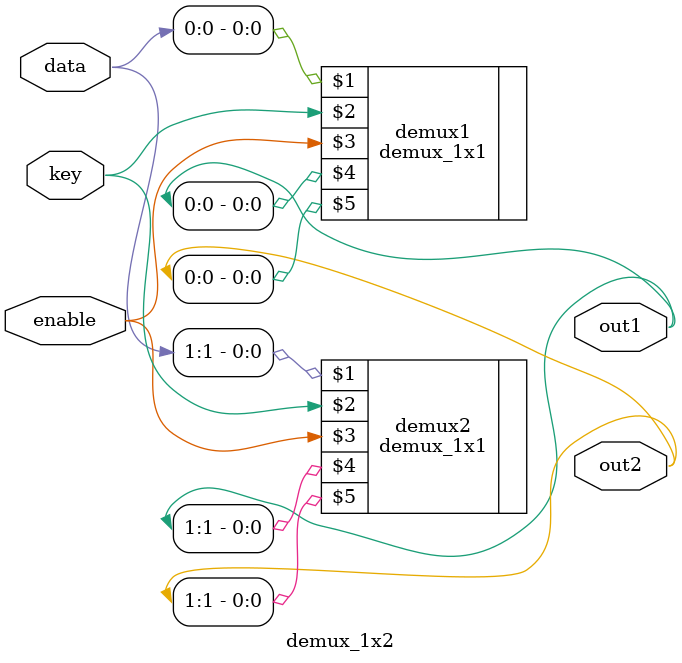
<source format=v>

`ifndef DEMULTIPLEXER_1X2
`define DEMULTIPLEXER_1X2

`include "demux_1x1.v"

module demux_1x2 (input [1:0] data, input key, input enable, output [1:0] out1, output [1:0] out2);

    demux_1x1 demux1(data[0], key, enable, out1[0], out2[0]);
    demux_1x1 demux2(data[1], key, enable, out1[1], out2[1]);

endmodule

`endif
</source>
